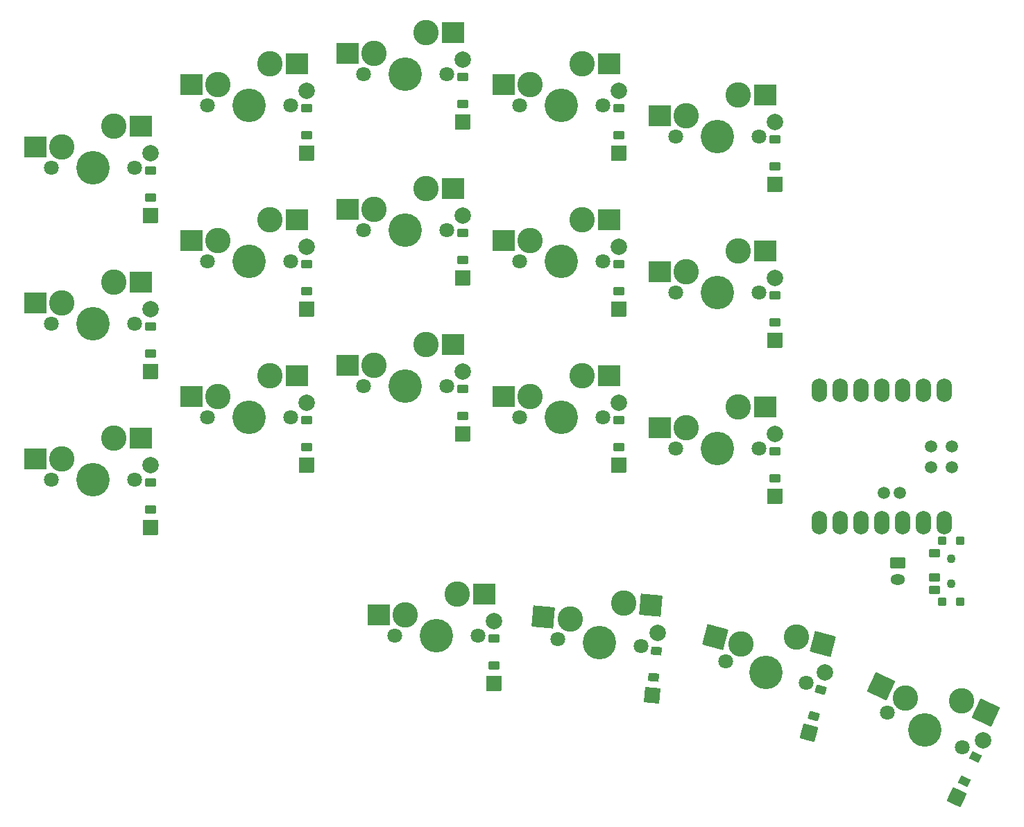
<source format=gbr>
%TF.GenerationSoftware,KiCad,Pcbnew,9.0.6*%
%TF.CreationDate,2026-01-03T00:52:00-08:00*%
%TF.ProjectId,pcb_left,7063625f-6c65-4667-942e-6b696361645f,4.2.1*%
%TF.SameCoordinates,Original*%
%TF.FileFunction,Soldermask,Bot*%
%TF.FilePolarity,Negative*%
%FSLAX46Y46*%
G04 Gerber Fmt 4.6, Leading zero omitted, Abs format (unit mm)*
G04 Created by KiCad (PCBNEW 9.0.6) date 2026-01-03 00:52:00*
%MOMM*%
%LPD*%
G01*
G04 APERTURE LIST*
G04 Aperture macros list*
%AMRoundRect*
0 Rectangle with rounded corners*
0 $1 Rounding radius*
0 $2 $3 $4 $5 $6 $7 $8 $9 X,Y pos of 4 corners*
0 Add a 4 corners polygon primitive as box body*
4,1,4,$2,$3,$4,$5,$6,$7,$8,$9,$2,$3,0*
0 Add four circle primitives for the rounded corners*
1,1,$1+$1,$2,$3*
1,1,$1+$1,$4,$5*
1,1,$1+$1,$6,$7*
1,1,$1+$1,$8,$9*
0 Add four rect primitives between the rounded corners*
20,1,$1+$1,$2,$3,$4,$5,0*
20,1,$1+$1,$4,$5,$6,$7,0*
20,1,$1+$1,$6,$7,$8,$9,0*
20,1,$1+$1,$8,$9,$2,$3,0*%
G04 Aperture macros list end*
%ADD10RoundRect,0.050000X-0.450000X0.450000X-0.450000X-0.450000X0.450000X-0.450000X0.450000X0.450000X0*%
%ADD11C,1.100000*%
%ADD12RoundRect,0.050000X-0.625000X0.450000X-0.625000X-0.450000X0.625000X-0.450000X0.625000X0.450000X0*%
%ADD13RoundRect,0.050000X0.889000X-0.889000X0.889000X0.889000X-0.889000X0.889000X-0.889000X-0.889000X0*%
%ADD14RoundRect,0.050000X0.600000X-0.450000X0.600000X0.450000X-0.600000X0.450000X-0.600000X-0.450000X0*%
%ADD15C,2.005000*%
%ADD16C,1.801800*%
%ADD17C,3.100000*%
%ADD18C,4.087800*%
%ADD19RoundRect,0.050000X-1.275000X-1.250000X1.275000X-1.250000X1.275000X1.250000X-1.275000X1.250000X0*%
%ADD20RoundRect,0.050000X0.430000X-1.181415X1.181415X0.430000X-0.430000X1.181415X-1.181415X-0.430000X0*%
%ADD21RoundRect,0.050000X0.353606X-0.661409X0.733963X0.154268X-0.353606X0.661409X-0.733963X-0.154268X0*%
%ADD22RoundRect,0.050000X-1.379093X-1.134120X1.161204X-1.356367X1.379093X1.134120X-1.161204X1.356367X0*%
%ADD23RoundRect,0.050000X-1.555079X-0.877413X0.908032X-1.537402X1.555079X0.877413X-0.908032X1.537402X0*%
%ADD24RoundRect,0.050000X0.808136X-0.963099X0.963099X0.808136X-0.808136X0.963099X-0.963099X-0.808136X0*%
%ADD25RoundRect,0.050000X0.558497X-0.500581X0.636937X0.395994X-0.558497X0.500581X-0.636937X-0.395994X0*%
%ADD26RoundRect,0.050000X-0.850000X0.600000X-0.850000X-0.600000X0.850000X-0.600000X0.850000X0.600000X0*%
%ADD27O,1.800000X1.300000*%
%ADD28RoundRect,0.050000X-1.683815X-0.594046X0.627270X-1.671723X1.683815X0.594046X-0.627270X1.671723X0*%
%ADD29O,1.900000X2.850000*%
%ADD30C,1.497000*%
%ADD31RoundRect,0.050000X0.628618X-1.088798X1.088798X0.628618X-0.628618X1.088798X-1.088798X-0.628618X0*%
%ADD32RoundRect,0.050000X0.463087X-0.589958X0.696024X0.279375X-0.463087X0.589958X-0.696024X-0.279375X0*%
G04 APERTURE END LIST*
D10*
%TO.C,T1*%
X185800000Y-157490000D03*
X183600000Y-157490000D03*
D11*
X184700000Y-159690000D03*
X184700000Y-162690000D03*
D10*
X185800000Y-164890000D03*
X183600000Y-164890000D03*
D12*
X182625000Y-158940000D03*
X182625000Y-161940000D03*
X182625000Y-163440000D03*
%TD*%
D13*
%TO.C,D1*%
X87000000Y-155810000D03*
D14*
X87000000Y-153650000D03*
X87000000Y-150350000D03*
D15*
X87000000Y-148190000D03*
%TD*%
D13*
%TO.C,D16*%
X128910000Y-174860000D03*
D14*
X128910000Y-172700000D03*
X128910000Y-169400000D03*
D15*
X128910000Y-167240000D03*
%TD*%
D13*
%TO.C,D12*%
X144150000Y-110090000D03*
D14*
X144150000Y-107930000D03*
X144150000Y-104630000D03*
D15*
X144150000Y-102470000D03*
%TD*%
D16*
%TO.C,S10*%
X132070000Y-142380000D03*
D17*
X133340000Y-139840000D03*
D18*
X137150000Y-142380000D03*
D17*
X139690000Y-137300000D03*
D16*
X142230000Y-142380000D03*
D19*
X130065000Y-139840000D03*
X142992000Y-137300000D03*
%TD*%
D13*
%TO.C,D5*%
X106050000Y-129140000D03*
D14*
X106050000Y-126980000D03*
X106050000Y-123680000D03*
D15*
X106050000Y-121520000D03*
%TD*%
D13*
%TO.C,D2*%
X87000000Y-136760000D03*
D14*
X87000000Y-134600000D03*
X87000000Y-131300000D03*
D15*
X87000000Y-129140000D03*
%TD*%
D13*
%TO.C,D11*%
X144150000Y-129140000D03*
D14*
X144150000Y-126980000D03*
X144150000Y-123680000D03*
D15*
X144150000Y-121520000D03*
%TD*%
D16*
%TO.C,S12*%
X132070000Y-104280000D03*
D17*
X133340000Y-101740000D03*
D18*
X137150000Y-104280000D03*
D17*
X139690000Y-99200000D03*
D16*
X142230000Y-104280000D03*
D19*
X130065000Y-101740000D03*
X142992000Y-99200000D03*
%TD*%
D20*
%TO.C,D19*%
X185360159Y-188782653D03*
D21*
X186273015Y-186825028D03*
X187667655Y-183834212D03*
D15*
X188580511Y-181876587D03*
%TD*%
D16*
%TO.C,S1*%
X74920000Y-150000000D03*
D17*
X76190000Y-147460000D03*
D18*
X80000000Y-150000000D03*
D17*
X82540000Y-144920000D03*
D16*
X85080000Y-150000000D03*
D19*
X72915000Y-147460000D03*
X85842000Y-144920000D03*
%TD*%
D13*
%TO.C,D8*%
X125100000Y-125330000D03*
D14*
X125100000Y-123170000D03*
X125100000Y-119870000D03*
D15*
X125100000Y-117710000D03*
%TD*%
D13*
%TO.C,D9*%
X125100000Y-106280000D03*
D14*
X125100000Y-104120000D03*
X125100000Y-100820000D03*
D15*
X125100000Y-98660000D03*
%TD*%
D16*
%TO.C,S16*%
X116830000Y-169050000D03*
D17*
X118100000Y-166510000D03*
D18*
X121910000Y-169050000D03*
D17*
X124450000Y-163970000D03*
D16*
X126990000Y-169050000D03*
D19*
X114825000Y-166510000D03*
X127752000Y-163970000D03*
%TD*%
D16*
%TO.C,S17*%
X136693244Y-169473653D03*
D17*
X138179787Y-167054006D03*
D18*
X141753913Y-169916404D03*
D17*
X144726999Y-165077111D03*
D16*
X146814582Y-170359155D03*
D22*
X134917249Y-166768571D03*
X148016434Y-165364899D03*
%TD*%
D16*
%TO.C,S18*%
X157171301Y-172185324D03*
D17*
X159055427Y-170060573D03*
D18*
X162078204Y-173500125D03*
D17*
X165846456Y-169250622D03*
D16*
X166985107Y-174814926D03*
D23*
X155892020Y-169212940D03*
X169035943Y-170105243D03*
%TD*%
D13*
%TO.C,D10*%
X144150000Y-148190000D03*
D14*
X144150000Y-146030000D03*
X144150000Y-142730000D03*
D15*
X144150000Y-140570000D03*
%TD*%
D16*
%TO.C,S8*%
X113020000Y-119520000D03*
D17*
X114290000Y-116980000D03*
D18*
X118100000Y-119520000D03*
D17*
X120640000Y-114440000D03*
D16*
X123180000Y-119520000D03*
D19*
X111015000Y-116980000D03*
X123942000Y-114440000D03*
%TD*%
D16*
%TO.C,S7*%
X113020000Y-138570000D03*
D17*
X114290000Y-136030000D03*
D18*
X118100000Y-138570000D03*
D17*
X120640000Y-133490000D03*
D16*
X123180000Y-138570000D03*
D19*
X111015000Y-136030000D03*
X123942000Y-133490000D03*
%TD*%
D16*
%TO.C,S6*%
X93970000Y-104280000D03*
D17*
X95240000Y-101740000D03*
D18*
X99050000Y-104280000D03*
D17*
X101590000Y-99200000D03*
D16*
X104130000Y-104280000D03*
D19*
X91965000Y-101740000D03*
X104892000Y-99200000D03*
%TD*%
D24*
%TO.C,D17*%
X148220901Y-176314386D03*
D25*
X148409157Y-174162605D03*
X148696771Y-170875163D03*
D15*
X148885027Y-168723382D03*
%TD*%
D16*
%TO.C,S9*%
X113020000Y-100470000D03*
D17*
X114290000Y-97930000D03*
D18*
X118100000Y-100470000D03*
D17*
X120640000Y-95390000D03*
D16*
X123180000Y-100470000D03*
D19*
X111015000Y-97930000D03*
X123942000Y-95390000D03*
%TD*%
D26*
%TO.C,JST1*%
X178200000Y-160190000D03*
D27*
X178200000Y-162190000D03*
%TD*%
D16*
%TO.C,S19*%
X176867373Y-178411776D03*
D17*
X179091835Y-176646480D03*
D18*
X181471417Y-180558677D03*
D17*
X185920340Y-177028084D03*
D16*
X186075461Y-182705578D03*
D28*
X176123677Y-175262405D03*
X188912968Y-178423569D03*
%TD*%
D13*
%TO.C,D6*%
X106050000Y-110090000D03*
D14*
X106050000Y-107930000D03*
X106050000Y-104630000D03*
D15*
X106050000Y-102470000D03*
%TD*%
D16*
%TO.C,S11*%
X132070000Y-123330000D03*
D17*
X133340000Y-120790000D03*
D18*
X137150000Y-123330000D03*
D17*
X139690000Y-118250000D03*
D16*
X142230000Y-123330000D03*
D19*
X130065000Y-120790000D03*
X142992000Y-118250000D03*
%TD*%
D13*
%TO.C,D15*%
X163200000Y-113900000D03*
D14*
X163200000Y-111740000D03*
X163200000Y-108440000D03*
D15*
X163200000Y-106280000D03*
%TD*%
D13*
%TO.C,D7*%
X125100000Y-144380000D03*
D14*
X125100000Y-142220000D03*
X125100000Y-138920000D03*
D15*
X125100000Y-136760000D03*
%TD*%
D16*
%TO.C,S3*%
X74920000Y-111900000D03*
D17*
X76190000Y-109360000D03*
D18*
X80000000Y-111900000D03*
D17*
X82540000Y-106820000D03*
D16*
X85080000Y-111900000D03*
D19*
X72915000Y-109360000D03*
X85842000Y-106820000D03*
%TD*%
D13*
%TO.C,D3*%
X87000000Y-117710000D03*
D14*
X87000000Y-115550000D03*
X87000000Y-112250000D03*
D15*
X87000000Y-110090000D03*
%TD*%
D13*
%TO.C,D13*%
X163200000Y-152000000D03*
D14*
X163200000Y-149840000D03*
X163200000Y-146540000D03*
D15*
X163200000Y-144380000D03*
%TD*%
D16*
%TO.C,S14*%
X151120000Y-127140000D03*
D17*
X152390000Y-124600000D03*
D18*
X156200000Y-127140000D03*
D17*
X158740000Y-122060000D03*
D16*
X161280000Y-127140000D03*
D19*
X149115000Y-124600000D03*
X162042000Y-122060000D03*
%TD*%
D16*
%TO.C,S4*%
X93970000Y-142380000D03*
D17*
X95240000Y-139840000D03*
D18*
X99050000Y-142380000D03*
D17*
X101590000Y-137300000D03*
D16*
X104130000Y-142380000D03*
D19*
X91965000Y-139840000D03*
X104892000Y-137300000D03*
%TD*%
D13*
%TO.C,D4*%
X106050000Y-148190000D03*
D14*
X106050000Y-146030000D03*
X106050000Y-142730000D03*
D15*
X106050000Y-140570000D03*
%TD*%
D13*
%TO.C,D14*%
X163200000Y-132950000D03*
D14*
X163200000Y-130790000D03*
X163200000Y-127490000D03*
D15*
X163200000Y-125330000D03*
%TD*%
D29*
%TO.C,_1*%
X183820000Y-139095000D03*
X181280000Y-139095000D03*
X178740000Y-139095000D03*
X176200000Y-139095000D03*
X173660000Y-139095000D03*
X171120000Y-139095000D03*
X168580000Y-139095000D03*
D30*
X184772000Y-145920000D03*
X182232000Y-145920000D03*
D29*
X168580000Y-155285000D03*
X171120000Y-155285000D03*
X173660000Y-155285000D03*
X176200000Y-155285000D03*
X178740000Y-155285000D03*
X181280000Y-155285000D03*
X183820000Y-155285000D03*
D30*
X184772000Y-148460000D03*
X182232000Y-148460000D03*
X176517000Y-151635000D03*
X178422000Y-151635000D03*
%TD*%
D16*
%TO.C,S2*%
X74920000Y-130950000D03*
D17*
X76190000Y-128410000D03*
D18*
X80000000Y-130950000D03*
D17*
X82540000Y-125870000D03*
D16*
X85080000Y-130950000D03*
D19*
X72915000Y-128410000D03*
X85842000Y-125870000D03*
%TD*%
D16*
%TO.C,S15*%
X151120000Y-108090000D03*
D17*
X152390000Y-105550000D03*
D18*
X156200000Y-108090000D03*
D17*
X158740000Y-103010000D03*
D16*
X161280000Y-108090000D03*
D19*
X149115000Y-105550000D03*
X162042000Y-103010000D03*
%TD*%
D16*
%TO.C,S13*%
X151120000Y-146190000D03*
D17*
X152390000Y-143650000D03*
D18*
X156200000Y-146190000D03*
D17*
X158740000Y-141110000D03*
D16*
X161280000Y-146190000D03*
D19*
X149115000Y-143650000D03*
X162042000Y-141110000D03*
%TD*%
D16*
%TO.C,S5*%
X93970000Y-123330000D03*
D17*
X95240000Y-120790000D03*
D18*
X99050000Y-123330000D03*
D17*
X101590000Y-118250000D03*
D16*
X104130000Y-123330000D03*
D19*
X91965000Y-120790000D03*
X104892000Y-118250000D03*
%TD*%
D31*
%TO.C,D18*%
X167335945Y-180923887D03*
D32*
X167894997Y-178837488D03*
X168749097Y-175649932D03*
D15*
X169308149Y-173563533D03*
%TD*%
M02*

</source>
